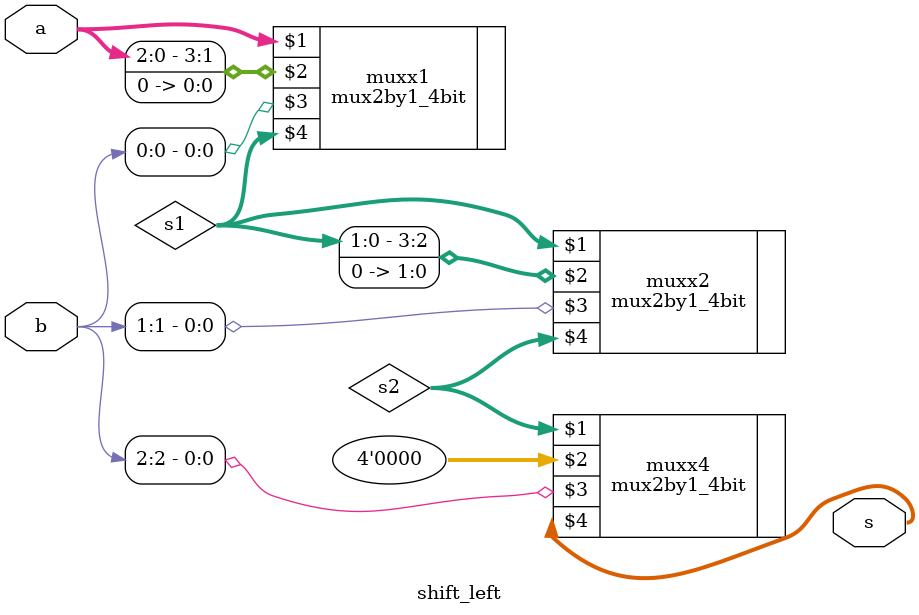
<source format=sv>
module shift_left(a,b,s);
   input logic [3:0] a;
   input logic [3:0] b;

   output logic [3:0] s;

   wire logic [3:0] s1, s2;


   mux2by1_4bit muxx1(a,   {a[2:0],1'b0},  b[0], s1);
   mux2by1_4bit muxx2(s1,  {s1[1:0],2'b0}, b[1], s2);
   mux2by1_4bit muxx4(s2,  4'b0, b[2],  s);

endmodule

</source>
